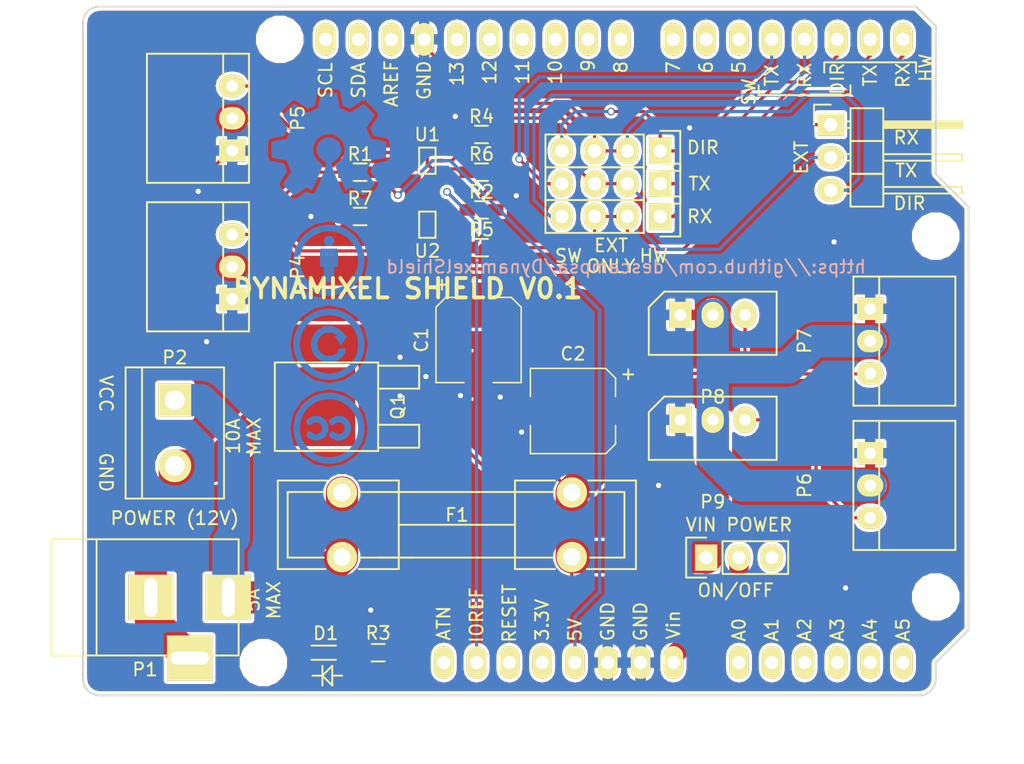
<source format=kicad_pcb>
(kicad_pcb (version 4) (host pcbnew 4.0.5+dfsg1-4~bpo8+1)
  (layers (0 F.Cu signal) (31 B.Cu signal) (34 B.Paste user hide) (35 F.Paste user hide) (36 B.SilkS user) (37 F.SilkS user) (38 B.Mask user) (39 F.Mask user hide) (44 Edge.Cuts user))
  (net 0 "")
  (net 1 /ARDUINO_DIRECTION_PORT)
  (net 2 /DIRECTION_PORT)
  (net 3 /HW_TXD)
  (net 4 /TXD)
  (net 5 /SW_TXD)
  (net 6 /HW_RXD)
  (net 7 /RXD)
  (net 8 /SW_RXD)
  (net 9 +12V)
  (net 10 /VIN)
  (net 11 GND)
  (net 12 /IOREF)
  (net 13 /DATA)
  (net 14 +5V)
  (net 15 +3V3)
  (net 16 "Net-(SHIELD1-PadRST)")
  (net 17 "Net-(SHIELD1-Pad5)")
  (net 18 "Net-(SHIELD1-Pad8)")
  (net 19 "Net-(SHIELD1-Pad9)")
  (net 20 "Net-(SHIELD1-Pad10)")
  (net 21 "Net-(SHIELD1-Pad11)")
  (net 22 "Net-(SHIELD1-Pad12)")
  (net 23 "Net-(SHIELD1-Pad13)")
  (net 24 "Net-(SHIELD1-PadAREF)")
  (net 25 "Net-(JP4-Pad3)")
  (net 26 "Net-(SHIELD1-PadATN)")
  (net 27 "Net-(SHIELD1-PadA1)")
  (net 28 "Net-(SHIELD1-PadA2)")
  (net 29 "Net-(SHIELD1-PadA3)")
  (net 30 "Net-(SHIELD1-PadA4)")
  (net 31 "Net-(SHIELD1-PadA5)")
  (net 32 "Net-(SHIELD1-PadSDA)")
  (net 33 "Net-(SHIELD1-PadSCL)")
  (net 34 "Net-(SHIELD1-Pad7)")
  (net 35 "Net-(SHIELD1-PadA0)")
  (net 36 "Net-(SHIELD1-Pad6)")
  (net 37 "Net-(F1-Pad1)")
  (net 38 "Net-(P1-Pad2)")
  (net 39 "Net-(D1-Pad2)")
  (net 40 "Net-(R2-Pad2)")
  (module arduino:Arduino_shield_dynamixel (layer F.Cu) (at 59.944 107.188)
    (fp_text reference SHIELD1 hide)
    (fp_text value ARDUINO_SHIELD)
    (fp_text user SW (at 51.562 -46.736 90) (layer F.SilkS))
    (fp_text user HW (at 65.3 -48.6 270) (layer F.SilkS))
    (fp_text user SCL (at 18.796 -47.625 90) (layer F.SilkS))
    (fp_text user SDA (at 21.336 -47.625 90) (layer F.SilkS))
    (fp_text user AREF (at 23.876 -47.371 90) (layer F.SilkS))
    (fp_text user GND (at 26.416 -47.625 90) (layer F.SilkS))
    (fp_text user 13 (at 28.956 -48.133 90) (layer F.SilkS))
    (fp_text user 12 (at 31.496 -48.26 90) (layer F.SilkS))
    (fp_text user 11 (at 34.036 -48.26 90) (layer F.SilkS))
    (fp_text user 10 (at 36.576 -48.26 90) (layer F.SilkS))
    (fp_text user 9 (at 39.116 -48.768 90) (layer F.SilkS))
    (fp_text user 8 (at 41.656 -48.641 90) (layer F.SilkS))
    (fp_text user 7 (at 45.72 -48.641 90) (layer F.SilkS))
    (fp_text user 6 (at 48.26 -48.641 90) (layer F.SilkS))
    (fp_text user 5 (at 50.8 -48.641 90) (layer F.SilkS))
    (fp_text user TX (at 53.34 -48.006 90) (layer F.SilkS))
    (fp_text user RX (at 55.88 -48.006 90) (layer F.SilkS))
    (fp_text user DIR (at 58.42 -47.752 90) (layer F.SilkS))
    (fp_text user TX (at 60.96 -48.006 90) (layer F.SilkS))
    (fp_text user RX (at 63.5 -48.006 90) (layer F.SilkS))
    (fp_text user A5 (at 63.5 -5.08 90) (layer F.SilkS))
    (fp_text user A4 (at 60.96 -5.08 90) (layer F.SilkS))
    (fp_text user A3 (at 58.42 -5.08 90) (layer F.SilkS))
    (fp_text user A2 (at 55.88 -5.08 90) (layer F.SilkS))
    (fp_text user A1 (at 53.34 -5.08 90) (layer F.SilkS))
    (fp_text user A0 (at 50.8 -5.08 90) (layer F.SilkS))
    (fp_text user Vin (at 45.72 -5.461 90) (layer F.SilkS))
    (fp_text user GND (at 43.18 -5.715 90) (layer F.SilkS))
    (fp_text user GND (at 40.64 -5.715 90) (layer F.SilkS))
    (fp_text user 5V (at 38.1 -5.08 90) (layer F.SilkS))
    (fp_text user 3.3V (at 35.56 -5.842 90) (layer F.SilkS))
    (fp_text user RESET (at 33.02 -6.35 90) (layer F.SilkS))
    (fp_text user IOREF (at 30.48 -6.223 90) (layer F.SilkS))
    (fp_text user ATN (at 27.94 -5.588 90) (layer F.SilkS))
    (fp_line (start 1.27 -53.34) (end 64.516 -53.34) (layer Edge.Cuts) (width 0.15))
    (fp_line (start 0 -1.27) (end 0 -52.07) (layer Edge.Cuts) (width 0.15))
    (fp_line (start 64.77 0) (end 1.27 0) (layer Edge.Cuts) (width 0.15))
    (fp_line (start 66.04 -1.27) (end 66.04 -2.54) (layer Edge.Cuts) (width 0.15))
    (fp_arc (start 1.27 -52.07) (end 0 -52.07) (angle 90) (layer Edge.Cuts) (width 0.15))
    (fp_arc (start 1.27 -1.27) (end 1.27 0) (angle 90) (layer Edge.Cuts) (width 0.15))
    (fp_arc (start 64.77 -1.27) (end 66.04 -1.27) (angle 90) (layer Edge.Cuts) (width 0.15))
    (fp_line (start 66.04 -2.54) (end 68.58 -5.08) (layer Edge.Cuts) (width 0.15))
    (fp_line (start 68.58 -5.08) (end 68.58 -37.846) (layer Edge.Cuts) (width 0.15))
    (fp_line (start 68.58 -37.846) (end 66.04 -40.386) (layer Edge.Cuts) (width 0.15))
    (fp_line (start 66.04 -40.386) (end 66.04 -51.816) (layer Edge.Cuts) (width 0.15))
    (fp_line (start 66.04 -51.816) (end 64.516 -53.34) (layer Edge.Cuts) (width 0.15))
    (pad "" np_thru_hole circle (at 66.04 -35.56) (size 3.175 3.175) (drill 3.175) (layers *.Cu *.Mask F.SilkS))
    (pad 7 thru_hole oval (at 45.72 -50.8) (size 1.524 2.54) (drill 1.016) (layers *.Cu *.Mask F.SilkS) (net 34 "Net-(SHIELD1-Pad7)"))
    (pad "" np_thru_hole circle (at 13.97 -2.54) (size 3.175 3.175) (drill 3.175) (layers *.Cu *.Mask F.SilkS))
    (pad "" np_thru_hole circle (at 66.04 -7.62) (size 3.175 3.175) (drill 3.175) (layers *.Cu *.Mask F.SilkS))
    (pad "" np_thru_hole circle (at 15.24 -50.8) (size 3.175 3.175) (drill 3.175) (layers *.Cu *.Mask F.SilkS))
    (pad ATN thru_hole oval (at 27.94 -2.54) (size 1.524 2.54) (drill 1.016) (layers *.Cu *.Mask F.SilkS) (net 26 "Net-(SHIELD1-PadATN)"))
    (pad IO_R thru_hole oval (at 30.48 -2.54) (size 1.524 2.54) (drill 1.016) (layers *.Cu *.Mask F.SilkS) (net 12 /IOREF))
    (pad RST thru_hole oval (at 33.02 -2.54) (size 1.524 2.54) (drill 1.016) (layers *.Cu *.Mask F.SilkS) (net 16 "Net-(SHIELD1-PadRST)"))
    (pad 3V3 thru_hole oval (at 35.56 -2.54) (size 1.524 2.54) (drill 1.016) (layers *.Cu *.Mask F.SilkS) (net 15 +3V3))
    (pad 5V thru_hole oval (at 38.1 -2.54) (size 1.524 2.54) (drill 1.016) (layers *.Cu *.Mask F.SilkS) (net 14 +5V))
    (pad GND thru_hole oval (at 40.64 -2.54) (size 1.524 2.54) (drill 1.016) (layers *.Cu *.Mask F.SilkS) (net 11 GND))
    (pad GND thru_hole oval (at 43.18 -2.54) (size 1.524 2.54) (drill 1.016) (layers *.Cu *.Mask F.SilkS) (net 11 GND))
    (pad VIN thru_hole oval (at 45.72 -2.54) (size 1.524 2.54) (drill 1.016) (layers *.Cu *.Mask F.SilkS) (net 10 /VIN))
    (pad A0 thru_hole oval (at 50.8 -2.54) (size 1.524 2.54) (drill 1.016) (layers *.Cu *.Mask F.SilkS) (net 35 "Net-(SHIELD1-PadA0)"))
    (pad A1 thru_hole oval (at 53.34 -2.54) (size 1.524 2.54) (drill 1.016) (layers *.Cu *.Mask F.SilkS) (net 27 "Net-(SHIELD1-PadA1)"))
    (pad A2 thru_hole oval (at 55.88 -2.54) (size 1.524 2.54) (drill 1.016) (layers *.Cu *.Mask F.SilkS) (net 28 "Net-(SHIELD1-PadA2)"))
    (pad A3 thru_hole oval (at 58.42 -2.54) (size 1.524 2.54) (drill 1.016) (layers *.Cu *.Mask F.SilkS) (net 29 "Net-(SHIELD1-PadA3)"))
    (pad A4 thru_hole oval (at 60.96 -2.54) (size 1.524 2.54) (drill 1.016) (layers *.Cu *.Mask F.SilkS) (net 30 "Net-(SHIELD1-PadA4)"))
    (pad A5 thru_hole oval (at 63.5 -2.54) (size 1.524 2.54) (drill 1.016) (layers *.Cu *.Mask F.SilkS) (net 31 "Net-(SHIELD1-PadA5)"))
    (pad 0 thru_hole oval (at 63.5 -50.8) (size 1.524 2.54) (drill 1.016) (layers *.Cu *.Mask F.SilkS) (net 6 /HW_RXD))
    (pad 1 thru_hole oval (at 60.96 -50.8) (size 1.524 2.54) (drill 1.016) (layers *.Cu *.Mask F.SilkS) (net 3 /HW_TXD))
    (pad 2 thru_hole oval (at 58.42 -50.8) (size 1.524 2.54) (drill 1.016) (layers *.Cu *.Mask F.SilkS) (net 1 /ARDUINO_DIRECTION_PORT))
    (pad 3 thru_hole oval (at 55.88 -50.8) (size 1.524 2.54) (drill 1.016) (layers *.Cu *.Mask F.SilkS) (net 8 /SW_RXD))
    (pad 4 thru_hole oval (at 53.34 -50.8) (size 1.524 2.54) (drill 1.016) (layers *.Cu *.Mask F.SilkS) (net 5 /SW_TXD))
    (pad 5 thru_hole oval (at 50.8 -50.8) (size 1.524 2.54) (drill 1.016) (layers *.Cu *.Mask F.SilkS) (net 17 "Net-(SHIELD1-Pad5)"))
    (pad 6 thru_hole oval (at 48.26 -50.8) (size 1.524 2.54) (drill 1.016) (layers *.Cu *.Mask F.SilkS) (net 36 "Net-(SHIELD1-Pad6)"))
    (pad 8 thru_hole oval (at 41.656 -50.8) (size 1.524 2.54) (drill 1.016) (layers *.Cu *.Mask F.SilkS) (net 18 "Net-(SHIELD1-Pad8)"))
    (pad 9 thru_hole oval (at 39.116 -50.8) (size 1.524 2.54) (drill 1.016) (layers *.Cu *.Mask F.SilkS) (net 19 "Net-(SHIELD1-Pad9)"))
    (pad 10 thru_hole oval (at 36.576 -50.8) (size 1.524 2.54) (drill 1.016) (layers *.Cu *.Mask F.SilkS) (net 20 "Net-(SHIELD1-Pad10)"))
    (pad 11 thru_hole oval (at 34.036 -50.8) (size 1.524 2.54) (drill 1.016) (layers *.Cu *.Mask F.SilkS) (net 21 "Net-(SHIELD1-Pad11)"))
    (pad 12 thru_hole oval (at 31.496 -50.8) (size 1.524 2.54) (drill 1.016) (layers *.Cu *.Mask F.SilkS) (net 22 "Net-(SHIELD1-Pad12)"))
    (pad 13 thru_hole oval (at 28.956 -50.8) (size 1.524 2.54) (drill 1.016) (layers *.Cu *.Mask F.SilkS) (net 23 "Net-(SHIELD1-Pad13)"))
    (pad GND thru_hole oval (at 26.416 -50.8) (size 1.524 2.54) (drill 1.016) (layers *.Cu *.Mask F.SilkS) (net 11 GND))
    (pad AREF thru_hole oval (at 23.876 -50.8) (size 1.524 2.54) (drill 1.016) (layers *.Cu *.Mask F.SilkS) (net 24 "Net-(SHIELD1-PadAREF)"))
    (pad SDA thru_hole oval (at 21.336 -50.8) (size 1.524 2.54) (drill 1.016) (layers *.Cu *.Mask F.SilkS) (net 32 "Net-(SHIELD1-PadSDA)"))
    (pad SCL thru_hole oval (at 18.796 -50.8) (size 1.524 2.54) (drill 1.016) (layers *.Cu *.Mask F.SilkS) (net 33 "Net-(SHIELD1-PadSCL)"))
  )
  (module molex:Molex_spox_1x3_right (layer F.Cu) (at 71.5 74 90)
    (fp_text reference P4 (at 0 5.08 90) (layer F.SilkS))
    (fp_text value CONN_01X03)
    (pad 1 thru_hole rect (at -2.5 0 90) (size 1.7272 2.032) (drill 0.9) (layers *.Cu *.Mask F.SilkS) (net 11 GND))
    (pad 2 thru_hole oval (at 0 0 90) (size 1.7272 2.032) (drill 0.9) (layers *.Cu *.Mask F.SilkS) (net 9 +12V))
    (pad 3 thru_hole oval (at 2.5 0 90) (size 1.7272 2.032) (drill 0.9) (layers *.Cu *.Mask F.SilkS) (net 13 /DATA))
  )
  (module LEDs:LED_0603 (layer F.Cu) (at 78.74 103.886)
    (fp_text reference D1 (at 0 -1.5) (layer F.SilkS))
    (fp_text value LED)
    (pad 2 smd rect (at 1.1 0 180) (size 1.2 0.9) (layers F.Cu F.Paste F.Mask) (net 39 "Net-(D1-Pad2)"))
    (pad 1 smd rect (at -1.1 0 180) (size 1.2 0.9) (layers F.Cu F.Paste F.Mask) (net 11 GND))
  )
  (module Symbols:OSHW-Symbol_8.9x8mm_Copper (layer B.Cu) (at 79 64.516 180)
    (fp_text reference REF*** hide)
    (fp_text value OSHW-Symbol_8.9x8mm_Copper hide)
    (fp_poly (pts (xy 0.746536 3.399573) (xy 0.859118 2.802382) (xy 1.274531 2.631135) (xy 1.689945 2.459888) (xy 2.188302 2.798767) (xy 2.327869 2.893123) (xy 2.454029 2.97737) (xy 2.560896 3.047662) (xy 2.642583 3.100153) (xy 2.693202 3.130996) (xy 2.706987 3.137647) (xy 2.731821 3.120542) (xy 2.784889 3.073256) (xy 2.860241 3.001828) (xy 2.95193 2.9123) (xy 3.054008 2.810711) (xy 3.160527 2.703102) (xy 3.265537 2.595513) (xy 3.363092 2.493985) (xy 3.447243 2.404559) (xy 3.512041 2.333274) (xy 3.551538 2.286172) (xy 3.560981 2.270408) (xy 3.547392 2.241347) (xy 3.509294 2.177679) (xy 3.450694 2.085633) (xy 3.375598 1.971436) (xy 3.288009 1.841316) (xy 3.237255 1.767099) (xy 3.144746 1.631578) (xy 3.062541 1.509284) (xy 2.994631 1.406305) (xy 2.945001 1.328727) (xy 2.917641 1.282639) (xy 2.91353 1.272953) (xy 2.92285 1.245426) (xy 2.948255 1.181272) (xy 2.985912 1.08951) (xy 3.031987 0.979161) (xy 3.082647 0.859245) (xy 3.13406 0.738781) (xy 3.18239 0.626791) (xy 3.223807 0.532293) (xy 3.254475 0.464308) (xy 3.270562 0.431857) (xy 3.271512 0.43058) (xy 3.296773 0.424383) (xy 3.364046 0.41056) (xy 3.466361 0.390468) (xy 3.596742 0.365466) (xy 3.748217 0.336914) (xy 3.836594 0.320449) (xy 3.998453 0.289631) (xy 4.14465 0.260306) (xy 4.267788 0.234079) (xy 4.36047 0.212554) (xy 4.415302 0.197335) (xy 4.426324 0.192507) (xy 4.437119 0.159826) (xy 4.44583 0.086015) (xy 4.452461 -0.020292) (xy 4.457019 -0.150467) (xy 4.45951 -0.295876) (xy 4.459939 -0.44789) (xy 4.458312 -0.597877) (xy 4.454636 -0.737206) (xy 4.448916 -0.857245) (xy 4.441158 -0.949365) (xy 4.431369 -1.004932) (xy 4.425497 -1.0165) (xy 4.3904 -1.030365) (xy 4.316029 -1.050188) (xy 4.212224 -1.073639) (xy 4.08882 -1.098391) (xy 4.045742 -1.106398) (xy 3.838048 -1.144441) (xy 3.673985 -1.175079) (xy 3.548131 -1.199529) (xy 3.455066 -1.219009) (xy 3.389368 -1.234736) (xy 3.345618 -1.247928) (xy 3.318393 -1.259804) (xy 3.302273 -1.27158) (xy 3.300018 -1.273908) (xy 3.277504 -1.3114) (xy 3.243159 -1.384365) (xy 3.200412 -1.483867) (xy 3.152693 -1.600973) (xy 3.103431 -1.726748) (xy 3.056056 -1.852257) (xy 3.013996 -1.968565) (xy 2.980681 -2.066739) (xy 2.959542 -2.137843) (xy 2.954006 -2.172942) (xy 2.954467 -2.174172) (xy 2.973224 -2.202861) (xy 3.015777 -2.265985) (xy 3.077654 -2.356973) (xy 3.154383 -2.469255) (xy 3.241492 -2.59626) (xy 3.266299 -2.632353) (xy 3.354753 -2.763203) (xy 3.432589 -2.882591) (xy 3.495567 -2.983662) (xy 3.539446 -3.059559) (xy 3.559986 -3.103427) (xy 3.560981 -3.108817) (xy 3.543723 -3.137144) (xy 3.496036 -3.193261) (xy 3.424051 -3.271137) (xy 3.333898 -3.36474) (xy 3.231706 -3.468041) (xy 3.123606 -3.575006) (xy 3.015729 -3.679606) (xy 2.914205 -3.775809) (xy 2.825163 -3.857584) (xy 2.754734 -3.9189) (xy 2.709048 -3.953726) (xy 2.69641 -3.959412) (xy 2.666992 -3.94602) (xy 2.606762 -3.909899) (xy 2.52553 -3.857136) (xy 2.463031 -3.814667) (xy 2.349786 -3.73674) (xy 2.215675 -3.644984) (xy 2.081156 -3.553375) (xy 2.008834 -3.504346) (xy 1.764039 -3.33877) (xy 1.558551 -3.449875) (xy 1.464937 -3.498548) (xy 1.385331 -3.536381) (xy 1.331468 -3.557958) (xy 1.317758 -3.560961) (xy 1.301271 -3.538793) (xy 1.268746 -3.476149) (xy 1.222609 -3.378809) (xy 1.165291 -3.252549) (xy 1.099217 -3.10315) (xy 1.026816 -2.936388) (xy 0.950517 -2.758042) (xy 0.872747 -2.573891) (xy 0.795935 -2.389712) (xy 0.722507 -2.211285) (xy 0.654893 -2.044387) (xy 0.595521 -1.894797) (xy 0.546817 -1.768293) (xy 0.511211 -1.670654) (xy 0.491131 -1.607657) (xy 0.487901 -1.586021) (xy 0.513497 -1.558424) (xy 0.569539 -1.513625) (xy 0.644312 -1.460934) (xy 0.650588 -1.456765) (xy 0.843846 -1.302069) (xy 0.999675 -1.121591) (xy 1.116725 -0.921102) (xy 1.193646 -0.706374) (xy 1.229087 -0.483177) (xy 1.221698 -0.257281) (xy 1.170128 -0.034459) (xy 1.073027 0.179521) (xy 1.044459 0.226336) (xy 0.895869 0.415382) (xy 0.720328 0.567188) (xy 0.523911 0.680966) (xy 0.312694 0.755925) (xy 0.092754 0.791278) (xy -0.129836 0.786233) (xy -0.348998 0.740001) (xy -0.558657 0.651794) (xy -0.752738 0.520821) (xy -0.812773 0.467663) (xy -0.965564 0.301261) (xy -1.076902 0.126088) (xy -1.153276 -0.070266) (xy -1.195812 -0.264717) (xy -1.206313 -0.483342) (xy -1.171299 -0.703052) (xy -1.094326 -0.91642) (xy -0.978952 -1.116022) (xy -0.828734 -1.294429) (xy -0.647226 -1.444217) (xy -0.623372 -1.460006) (xy -0.547798 -1.511712) (xy -0.490348 -1.556512) (xy -0.462882 -1.585117) (xy -0.462482 -1.586021) (xy -0.468379 -1.616964) (xy -0.491754 -1.687191) (xy -0.530178 -1.790925) (xy -0.581222 -1.92239) (xy -0.642457 -2.075807) (xy -0.711455 -2.245401) (xy -0.785786 -2.425393) (xy -0.863021 -2.610008) (xy -0.940731 -2.793468) (xy -1.016488 -2.969996) (xy -1.087862 -3.133814) (xy -1.152425 -3.279147) (xy -1.207747 -3.400217) (xy -1.251399 -3.491247) (xy -1.280953 -3.54646) (xy -1.292855 -3.560961) (xy -1.329222 -3.549669) (xy -1.397269 -3.519385) (xy -1.485263 -3.47552) (xy -1.533649 -3.449875) (xy -1.739136 -3.33877) (xy -1.983931 -3.504346) (xy -2.108893 -3.58917) (xy -2.245704 -3.682516) (xy -2.373911 -3.770408) (xy -2.438128 -3.814667) (xy -2.528448 -3.875318) (xy -2.604928 -3.923381) (xy -2.657592 -3.95277) (xy -2.674697 -3.958982) (xy -2.699594 -3.942223) (xy -2.754694 -3.895436) (xy -2.834656 -3.82348) (xy -2.934139 -3.731212) (xy -3.047799 -3.62349) (xy -3.119684 -3.554326) (xy -3.245448 -3.430757) (xy -3.354136 -3.320234) (xy -3.441354 -3.227485) (xy -3.50271 -3.157237) (xy -3.533808 -3.11422) (xy -3.536791 -3.10549) (xy -3.522946 -3.072284) (xy -3.484687 -3.005142) (xy -3.426258 -2.910863) (xy -3.351902 -2.796245) (xy -3.265864 -2.668083) (xy -3.241397 -2.632353) (xy -3.152245 -2.502489) (xy -3.072261 -2.385569) (xy -3.005919 -2.288162) (xy -2.957688 -2.216839) (xy -2.932042 -2.17817) (xy -2.929564 -2.174172) (xy -2.93327 -2.143355) (xy -2.952938 -2.075599) (xy -2.985139 -1.979839) (xy -3.026444 -1.865009) (xy -3.073424 -1.740044) (xy -3.12265 -1.613879) (xy -3.170691 -1.495448) (xy -3.214118 -1.393685) (xy -3.249503 -1.317526) (xy -3.273415 -1.275904) (xy -3.275115 -1.273908) (xy -3.289737 -1.262013) (xy -3.314434 -1.25025) (xy -3.354627 -1.237401) (xy -3.415736 -1.222249) (xy -3.503182 -1.203576) (xy -3.622387 -1.180165) (xy -3.778772 -1.150797) (xy -3.977756 -1.114255) (xy -4.020839 -1.106398) (xy -4.148529 -1.081727) (xy -4.259846 -1.057593) (xy -4.344954 -1.036324) (xy -4.394016 -1.020248) (xy -4.400594 -1.0165) (xy -4.411435 -0.983273) (xy -4.420246 -0.909021) (xy -4.427023 -0.802376) (xy -4.431759 -0.671967) (xy -4.434449 -0.526427) (xy -4.435086 -0.374386) (xy -4.433665 -0.224476) (xy -4.430179 -0.085328) (xy -4.424623 0.034428) (xy -4.416991 0.126159) (xy -4.407277 0.181234) (xy -4.401421 0.192507) (xy -4.368819 0.203877) (xy -4.294581 0.222376) (xy -4.186103 0.246398) (xy -4.050782 0.274338) (xy -3.896014 0.304592) (xy -3.811692 0.320449) (xy -3.651703 0.350356) (xy -3.509032 0.37745) (xy -3.390651 0.400369) (xy -3.303534 0.417757) (xy -3.254654 0.428253) (xy -3.246609 0.43058) (xy -3.233012 0.456814) (xy -3.20427 0.520005) (xy -3.164214 0.611123) (xy -3.116675 0.721143) (xy -3.065484 0.841035) (xy -3.014473 0.961773) (xy -2.967473 1.074329) (xy -2.928315 1.169674) (xy -2.90083 1.238783) (xy -2.88885 1.272626) (xy -2.888627 1.274105) (xy -2.902208 1.300803) (xy -2.940284 1.36224) (xy -2.998852 1.452311) (xy -3.073911 1.56491) (xy -3.161459 1.69393) (xy -3.212352 1.768039) (xy -3.30509 1.903923) (xy -3.387458 2.027291) (xy -3.455438 2.131903) (xy -3.505011 2.211517) (xy -3.532157 2.259893) (xy -3.536078 2.270738) (xy -3.519224 2.29598) (xy -3.472631 2.349876) (xy -3.402251 2.426387) (xy -3.314034 2.519477) (xy -3.213934 2.623105) (xy -3.107901 2.731236) (xy -3.001888 2.83783) (xy -2.901847 2.93685) (xy -2.813729 3.022258) (xy -2.743486 3.088015) (xy -2.697071 3.128084) (xy -2.681543 3.137647) (xy -2.65626 3.1242) (xy -2.595788 3.086425) (xy -2.506007 3.028165) (xy -2.392796 2.953266) (xy -2.262036 2.865575) (xy -2.1634 2.798767) (xy -1.665042 2.459888) (xy -1.249629 2.631135) (xy -0.834215 2.802382) (xy -0.721633 3.399573) (xy -0.60905 3.996765) (xy 0.633953 3.996765) (xy 0.746536 3.399573)) (layer B.Cu) (width 0.01))
  )
  (module Pin_Headers:Pin_Header_Straight_1x04 (layer F.Cu) (at 104.648 65.024 270)
    (fp_text reference JP1 hide)
    (fp_text value JUMPER4)
    (pad 1 thru_hole rect (at 0 0 270) (size 2.032 1.7272) (drill 1.016) (layers *.Cu *.Mask F.SilkS) (net 1 /ARDUINO_DIRECTION_PORT))
    (pad 2 thru_hole oval (at 0 2.54 270) (size 2.032 1.7272) (drill 1.016) (layers *.Cu *.Mask F.SilkS) (net 2 /DIRECTION_PORT))
    (pad 3 thru_hole oval (at 0 5.08 270) (size 2.032 1.7272) (drill 1.016) (layers *.Cu *.Mask F.SilkS) (net 2 /DIRECTION_PORT))
    (pad 4 thru_hole oval (at 0 7.62 270) (size 2.032 1.7272) (drill 1.016) (layers *.Cu *.Mask F.SilkS) (net 1 /ARDUINO_DIRECTION_PORT))
  )
  (module Pin_Headers:Pin_Header_Straight_1x04 (layer F.Cu) (at 104.648 67.564 270)
    (fp_text reference JP2 hide)
    (fp_text value JUMPER4)
    (pad 1 thru_hole rect (at 0 0 270) (size 2.032 1.7272) (drill 1.016) (layers *.Cu *.Mask F.SilkS) (net 3 /HW_TXD))
    (pad 2 thru_hole oval (at 0 2.54 270) (size 2.032 1.7272) (drill 1.016) (layers *.Cu *.Mask F.SilkS) (net 4 /TXD))
    (pad 3 thru_hole oval (at 0 5.08 270) (size 2.032 1.7272) (drill 1.016) (layers *.Cu *.Mask F.SilkS) (net 4 /TXD))
    (pad 4 thru_hole oval (at 0 7.62 270) (size 2.032 1.7272) (drill 1.016) (layers *.Cu *.Mask F.SilkS) (net 5 /SW_TXD))
  )
  (module Pin_Headers:Pin_Header_Straight_1x04 (layer F.Cu) (at 104.648 70.104 270)
    (fp_text reference JP3 hide)
    (fp_text value JUMPER4)
    (pad 1 thru_hole rect (at 0 0 270) (size 2.032 1.7272) (drill 1.016) (layers *.Cu *.Mask F.SilkS) (net 6 /HW_RXD))
    (pad 2 thru_hole oval (at 0 2.54 270) (size 2.032 1.7272) (drill 1.016) (layers *.Cu *.Mask F.SilkS) (net 7 /RXD))
    (pad 3 thru_hole oval (at 0 5.08 270) (size 2.032 1.7272) (drill 1.016) (layers *.Cu *.Mask F.SilkS) (net 7 /RXD))
    (pad 4 thru_hole oval (at 0 7.62 270) (size 2.032 1.7272) (drill 1.016) (layers *.Cu *.Mask F.SilkS) (net 8 /SW_RXD))
  )
  (module Pin_Headers:Pin_Header_Straight_1x03 (layer F.Cu) (at 108.204 96.52 90)
    (fp_text reference JP4 hide)
    (fp_text value JUMPER3)
    (pad 1 thru_hole rect (at 0 0 90) (size 2.032 1.7272) (drill 1.016) (layers *.Cu *.Mask F.SilkS) (net 9 +12V))
    (pad 2 thru_hole oval (at 0 2.54 90) (size 2.032 1.7272) (drill 1.016) (layers *.Cu *.Mask F.SilkS) (net 10 /VIN))
    (pad 3 thru_hole oval (at 0 5.08 90) (size 2.032 1.7272) (drill 1.016) (layers *.Cu *.Mask F.SilkS) (net 25 "Net-(JP4-Pad3)"))
  )
  (module Connect:bornier2 (layer F.Cu) (at 67.056 86.868 270)
    (fp_text reference P2 (at -5.842 0 360) (layer F.SilkS))
    (fp_text value CONN_01X02)
    (pad 1 thru_hole rect (at -2.54 0 270) (size 2.54 2.54) (drill 1.524) (layers *.Cu *.Mask F.SilkS) (net 37 "Net-(F1-Pad1)"))
    (pad 2 thru_hole circle (at 2.54 0 270) (size 2.54 2.54) (drill 1.524) (layers *.Cu *.Mask F.SilkS) (net 38 "Net-(P1-Pad2)"))
  )
  (module Pin_Headers:Pin_Header_Angled_1x03 (layer F.Cu) (at 117.856 62.992)
    (fp_text reference P3 hide)
    (fp_text value CONN_01X03)
    (pad 1 thru_hole rect (at 0 0) (size 2.032 1.7272) (drill 1.016) (layers *.Cu *.Mask F.SilkS) (net 7 /RXD))
    (pad 2 thru_hole oval (at 0 2.54) (size 2.032 1.7272) (drill 1.016) (layers *.Cu *.Mask F.SilkS) (net 4 /TXD))
    (pad 3 thru_hole oval (at 0 5.08) (size 2.032 1.7272) (drill 1.016) (layers *.Cu *.Mask F.SilkS) (net 2 /DIRECTION_PORT))
  )
  (module TO_SOT_Packages_SMD:TO-252-2Lead (layer F.Cu) (at 84.328 84.836 90)
    (fp_text reference Q1 (at 0 0 90) (layer F.SilkS))
    (fp_text value MOSFET_N)
    (pad 1 smd rect (at -2.286 0 90) (size 1.651 3.048) (layers F.Cu F.Paste F.Mask) (net 9 +12V))
    (pad 2 smd rect (at 0 -6.35 90) (size 6.096 6.096) (layers F.Cu F.Paste F.Mask) (net 38 "Net-(P1-Pad2)"))
    (pad 3 smd rect (at 2.286 0 90) (size 1.651 3.048) (layers F.Cu F.Paste F.Mask) (net 11 GND))
  )
  (module Resistors_SMD:R_0603_HandSoldering (layer F.Cu) (at 81.407 66.675 180)
    (fp_text reference R1 (at 0 1.397 180) (layer F.SilkS))
    (fp_text value 10K)
    (pad 1 smd rect (at -1.1 0 180) (size 1.2 0.9) (layers F.Cu F.Paste F.Mask) (net 14 +5V))
    (pad 2 smd rect (at 1.1 0 180) (size 1.2 0.9) (layers F.Cu F.Paste F.Mask) (net 13 /DATA))
  )
  (module Resistors_SMD:R_0603_HandSoldering (layer F.Cu) (at 90.805 69.596)
    (fp_text reference R2 (at 0 -1.397) (layer F.SilkS))
    (fp_text value 10K)
    (pad 1 smd rect (at -1.1 0) (size 1.2 0.9) (layers F.Cu F.Paste F.Mask) (net 12 /IOREF))
    (pad 2 smd rect (at 1.1 0) (size 1.2 0.9) (layers F.Cu F.Paste F.Mask) (net 40 "Net-(R2-Pad2)"))
  )
  (module TO_SOT_Packages_SMD:SOT-353 (layer F.Cu) (at 86.614 65.786 180)
    (fp_text reference U1 (at 0 2.032 360) (layer F.SilkS))
    (fp_text value 74AHCT1G126 hide)
    (pad 1 smd rect (at -1.016 -0.635 180) (size 0.508 0.3048) (layers F.Cu F.Paste F.Mask) (net 2 /DIRECTION_PORT))
    (pad 3 smd rect (at -1.016 0.635 180) (size 0.508 0.3048) (layers F.Cu F.Paste F.Mask) (net 11 GND))
    (pad 5 smd rect (at 1.016 -0.635 180) (size 0.508 0.3048) (layers F.Cu F.Paste F.Mask) (net 14 +5V))
    (pad 2 smd rect (at -1.016 0 180) (size 0.508 0.3048) (layers F.Cu F.Paste F.Mask) (net 4 /TXD))
    (pad 4 smd rect (at 1.016 0.635 180) (size 0.508 0.3048) (layers F.Cu F.Paste F.Mask) (net 13 /DATA))
  )
  (module TO_SOT_Packages_SMD:SOT-353 (layer F.Cu) (at 86.614 70.739)
    (fp_text reference U2 (at 0 2.032 180) (layer F.SilkS))
    (fp_text value 74AHC1G125 hide)
    (pad 1 smd rect (at -1.016 -0.635) (size 0.508 0.3048) (layers F.Cu F.Paste F.Mask) (net 2 /DIRECTION_PORT))
    (pad 3 smd rect (at -1.016 0.635) (size 0.508 0.3048) (layers F.Cu F.Paste F.Mask) (net 11 GND))
    (pad 5 smd rect (at 1.016 -0.635) (size 0.508 0.3048) (layers F.Cu F.Paste F.Mask) (net 12 /IOREF))
    (pad 2 smd rect (at -1.016 0) (size 0.508 0.3048) (layers F.Cu F.Paste F.Mask) (net 13 /DATA))
    (pad 4 smd rect (at 1.016 0.635) (size 0.508 0.3048) (layers F.Cu F.Paste F.Mask) (net 40 "Net-(R2-Pad2)"))
  )
  (module Connect:BARREL_JACK (layer F.Cu) (at 65 99.6)
    (fp_text reference P1 (at -0.254 5.588 180) (layer F.SilkS))
    (fp_text value BARREL_JACK)
    (pad 1 thru_hole rect (at 6.20014 0) (size 3.50012 3.50012) (drill oval 1.00076 2.99974) (layers *.Cu *.Mask F.SilkS) (net 37 "Net-(F1-Pad1)"))
    (pad 2 thru_hole rect (at 0.20066 0) (size 3.50012 3.50012) (drill oval 1.00076 2.99974) (layers *.Cu *.Mask F.SilkS) (net 38 "Net-(P1-Pad2)"))
    (pad 3 thru_hole rect (at 3.2004 4.699) (size 3.50012 3.50012) (drill oval 2.99974 1.00076) (layers *.Cu *.Mask F.SilkS) (net 38 "Net-(P1-Pad2)"))
  )
  (module CreativeCommon:CreativeCommonCopperSmall (layer B.Cu) (at 79 86.5 180)
    (fp_text reference REF** hide)
    (fp_text value CreativeCommonCopper hide)
    (fp_arc (start 1 0) (end 1.5 -0.5) (angle -270) (layer B.Cu) (width 0.5))
    (fp_arc (start -0.75 0) (end -0.25 -0.5) (angle -270) (layer B.Cu) (width 0.5))
    (fp_circle (center 0 0) (end 2.5 0) (layer B.Cu) (width 0.5))
  )
  (module CreativeCommon:CreativeCommonAttributionCopperSmall (layer B.Cu) (at 79 73.5 180)
    (fp_text reference REF** hide)
    (fp_text value CreativeCommonAttributionCopperSmall hide)
    (fp_line (start 0.2 -0.4) (end 0.2 -1.6) (layer B.Cu) (width 0.2))
    (fp_line (start 0 -0.4) (end 0 -1.6) (layer B.Cu) (width 0.2))
    (fp_line (start -0.2 -0.4) (end -0.2 -1.6) (layer B.Cu) (width 0.2))
    (fp_line (start 0.4 0.8) (end 0.4 -0.4) (layer B.Cu) (width 0.2))
    (fp_line (start 0.2 0.8) (end 0.2 -0.4) (layer B.Cu) (width 0.2))
    (fp_line (start 0 0.8) (end 0 -0.4) (layer B.Cu) (width 0.2))
    (fp_line (start -0.2 0.8) (end -0.2 -0.4) (layer B.Cu) (width 0.2))
    (fp_line (start -0.4 0.8) (end -0.4 -0.4) (layer B.Cu) (width 0.2))
    (fp_line (start -0.3 -1.6) (end 0.3 -1.6) (layer B.Cu) (width 0.2))
    (fp_line (start 0.3 -0.4) (end 0.3 -1.6) (layer B.Cu) (width 0.2))
    (fp_line (start -0.3 -0.4) (end -0.3 -1.6) (layer B.Cu) (width 0.2))
    (fp_line (start -0.6 0.8) (end -0.6 -0.4) (layer B.Cu) (width 0.2))
    (fp_line (start -0.6 -0.4) (end 0.6 -0.4) (layer B.Cu) (width 0.2))
    (fp_line (start 0.6 -0.4) (end 0.6 0.8) (layer B.Cu) (width 0.2))
    (fp_line (start -0.6 0.8) (end 0.6 0.8) (layer B.Cu) (width 0.2))
    (fp_circle (center 0 1.5) (end -0.2 1.5) (layer B.Cu) (width 0.4))
    (fp_circle (center 0 0) (end 2.5 0) (layer B.Cu) (width 0.5))
  )
  (module CreativeCommon:CreativeCommonShareAlikeCopperSmall (layer B.Cu) (at 79 80 180)
    (fp_text reference REF** hide)
    (fp_text value CreativeCommonShareAlikeCopperSmall hide)
    (fp_line (start -1.2 -0.4) (end -1.18 -0.6) (layer B.Cu) (width 0.15))
    (fp_line (start -0.8 -0.4) (end -0.7 -0.7) (layer B.Cu) (width 0.15))
    (fp_line (start -0.8 -0.4) (end -1.2 -0.4) (layer B.Cu) (width 0.15))
    (fp_line (start -1.125 0.5) (end -0.725 0.5) (layer B.Cu) (width 0.25))
    (fp_line (start -1.125 0.4) (end -0.725 0.4) (layer B.Cu) (width 0.2))
    (fp_line (start -0.925 0.2) (end -0.925 0.1) (layer B.Cu) (width 0.15))
    (fp_line (start -0.825 0.3) (end -1.025 0.3) (layer B.Cu) (width 0.2))
    (fp_line (start -0.525 0.6) (end -0.925 0) (layer B.Cu) (width 0.1))
    (fp_line (start -0.925 0) (end -1.325 0.6) (layer B.Cu) (width 0.1))
    (fp_line (start -1.325 0.6) (end -0.525 0.6) (layer B.Cu) (width 0.1))
    (fp_arc (start 0 0) (end -1 0.58) (angle -300) (layer B.Cu) (width 0.5))
    (fp_circle (center 0 0) (end 2.5 0) (layer B.Cu) (width 0.5))
  )
  (module fuse:Fuseholder5x20_horiz_lateral (layer F.Cu) (at 88.9 93.98)
    (fp_text reference F1 (at 0 -0.762) (layer F.SilkS))
    (fp_text value F_Small)
    (pad 2 thru_hole circle (at 8.9 -2.5) (size 2.3495 2.3495) (drill 1.34874) (layers *.Cu *.Mask F.SilkS) (net 9 +12V))
    (pad 2 thru_hole circle (at 8.9 2.5) (size 2.3495 2.3495) (drill 1.34874) (layers *.Cu *.Mask F.SilkS) (net 9 +12V))
    (pad 1 thru_hole circle (at -8.9 -2.5) (size 2.3495 2.3495) (drill 1.34874) (layers *.Cu *.Mask F.SilkS) (net 37 "Net-(F1-Pad1)"))
    (pad 1 thru_hole circle (at -8.9 2.5) (size 2.3495 2.3495) (drill 1.34874) (layers *.Cu *.Mask F.SilkS) (net 37 "Net-(F1-Pad1)"))
  )
  (module Resistors_SMD:R_0603_HandSoldering (layer F.Cu) (at 82.804 103.886 180)
    (fp_text reference R3 (at 0 1.524 180) (layer F.SilkS))
    (fp_text value 10K)
    (pad 1 smd rect (at -1.1 0 180) (size 1.2 0.9) (layers F.Cu F.Paste F.Mask) (net 9 +12V))
    (pad 2 smd rect (at 1.1 0 180) (size 1.2 0.9) (layers F.Cu F.Paste F.Mask) (net 39 "Net-(D1-Pad2)"))
  )
  (module molex:Molex_spox_1x3_right (layer F.Cu) (at 71.5 62.5 90)
    (fp_text reference P5 (at 0 5.08 90) (layer F.SilkS))
    (fp_text value CONN_01X03)
    (pad 1 thru_hole rect (at -2.5 0 90) (size 1.7272 2.032) (drill 0.9) (layers *.Cu *.Mask F.SilkS) (net 11 GND))
    (pad 2 thru_hole oval (at 0 0 90) (size 1.7272 2.032) (drill 0.9) (layers *.Cu *.Mask F.SilkS) (net 9 +12V))
    (pad 3 thru_hole oval (at 2.5 0 90) (size 1.7272 2.032) (drill 0.9) (layers *.Cu *.Mask F.SilkS) (net 13 /DATA))
  )
  (module molex:Molex_spox_1x3_right (layer F.Cu) (at 120.904 79.756 270)
    (fp_text reference P7 (at 0 5.08 270) (layer F.SilkS))
    (fp_text value CONN_01X03)
    (pad 1 thru_hole rect (at -2.5 0 270) (size 1.7272 2.032) (drill 0.9) (layers *.Cu *.Mask F.SilkS) (net 11 GND))
    (pad 2 thru_hole oval (at 0 0 270) (size 1.7272 2.032) (drill 0.9) (layers *.Cu *.Mask F.SilkS) (net 9 +12V))
    (pad 3 thru_hole oval (at 2.5 0 270) (size 1.7272 2.032) (drill 0.9) (layers *.Cu *.Mask F.SilkS) (net 13 /DATA))
  )
  (module molex:Molex_spox_1x3_right (layer F.Cu) (at 120.904 90.932 270)
    (fp_text reference P6 (at 0 5.08 270) (layer F.SilkS))
    (fp_text value CONN_01X03)
    (pad 1 thru_hole rect (at -2.5 0 270) (size 1.7272 2.032) (drill 0.9) (layers *.Cu *.Mask F.SilkS) (net 11 GND))
    (pad 2 thru_hole oval (at 0 0 270) (size 1.7272 2.032) (drill 0.9) (layers *.Cu *.Mask F.SilkS) (net 9 +12V))
    (pad 3 thru_hole oval (at 2.5 0 270) (size 1.7272 2.032) (drill 0.9) (layers *.Cu *.Mask F.SilkS) (net 13 /DATA))
  )
  (module molex:Molex_spox_1x3_straight (layer F.Cu) (at 108.712 85.852)
    (fp_text reference P9 (at 0 6.35) (layer F.SilkS))
    (fp_text value CONN_01X03)
    (pad 1 thru_hole rect (at -2.5 0) (size 1.7272 2.032) (drill 0.9) (layers *.Cu *.Mask F.SilkS) (net 11 GND))
    (pad 2 thru_hole oval (at 0 0) (size 1.7272 2.032) (drill 0.9) (layers *.Cu *.Mask F.SilkS) (net 9 +12V))
    (pad 3 thru_hole oval (at 2.5 0) (size 1.7272 2.032) (drill 0.9) (layers *.Cu *.Mask F.SilkS) (net 13 /DATA))
  )
  (module molex:Molex_spox_1x3_straight (layer F.Cu) (at 108.712 77.724)
    (fp_text reference P8 (at 0 6.35) (layer F.SilkS))
    (fp_text value CONN_01X03)
    (pad 1 thru_hole rect (at -2.5 0) (size 1.7272 2.032) (drill 0.9) (layers *.Cu *.Mask F.SilkS) (net 11 GND))
    (pad 2 thru_hole oval (at 0 0) (size 1.7272 2.032) (drill 0.9) (layers *.Cu *.Mask F.SilkS) (net 9 +12V))
    (pad 3 thru_hole oval (at 2.5 0) (size 1.7272 2.032) (drill 0.9) (layers *.Cu *.Mask F.SilkS) (net 13 /DATA))
  )
  (module Resistors_SMD:R_0603_HandSoldering (layer F.Cu) (at 90.805 63.754 180)
    (fp_text reference R4 (at 0 1.397 180) (layer F.SilkS))
    (fp_text value 10K)
    (pad 1 smd rect (at -1.1 0 180) (size 1.2 0.9) (layers F.Cu F.Paste F.Mask) (net 12 /IOREF))
    (pad 2 smd rect (at 1.1 0 180) (size 1.2 0.9) (layers F.Cu F.Paste F.Mask) (net 4 /TXD))
  )
  (module Resistors_SMD:R_0603_HandSoldering (layer F.Cu) (at 90.805 72.517)
    (fp_text reference R5 (at 0 -1.397) (layer F.SilkS))
    (fp_text value 200)
    (pad 1 smd rect (at -1.1 0) (size 1.2 0.9) (layers F.Cu F.Paste F.Mask) (net 40 "Net-(R2-Pad2)"))
    (pad 2 smd rect (at 1.1 0) (size 1.2 0.9) (layers F.Cu F.Paste F.Mask) (net 7 /RXD))
  )
  (module Resistors_SMD:R_0603_HandSoldering (layer F.Cu) (at 81.407 70.104 180)
    (fp_text reference R7 (at 0 1.397 180) (layer F.SilkS))
    (fp_text value 10K)
    (pad 1 smd rect (at -1.1 0 180) (size 1.2 0.9) (layers F.Cu F.Paste F.Mask) (net 2 /DIRECTION_PORT))
    (pad 2 smd rect (at 1.1 0 180) (size 1.2 0.9) (layers F.Cu F.Paste F.Mask) (net 11 GND))
  )
  (module Resistors_SMD:R_0603_HandSoldering (layer F.Cu) (at 90.805 66.675 180)
    (fp_text reference R6 (at 0 1.397 180) (layer F.SilkS))
    (fp_text value 10K)
    (pad 1 smd rect (at -1.1 0 180) (size 1.2 0.9) (layers F.Cu F.Paste F.Mask) (net 12 /IOREF))
    (pad 2 smd rect (at 1.1 0 180) (size 1.2 0.9) (layers F.Cu F.Paste F.Mask) (net 2 /DIRECTION_PORT))
  )
  (module Capacitors_SMD:CP_Elec_6.3x7.7 (layer F.Cu) (at 90.58 79.67 270)
    (fp_text reference C1 (at 0 4.43 270) (layer F.SilkS))
    (fp_text value 220uF)
    (fp_text user + (at -4.28 2.91 270) (layer F.SilkS))
    (pad 1 smd rect (at -2.7 0 90) (size 3.5 1.6) (layers F.Cu F.Paste F.Mask) (net 9 +12V))
    (pad 2 smd rect (at 2.7 0 90) (size 3.5 1.6) (layers F.Cu F.Paste F.Mask) (net 11 GND))
  )
  (module Capacitors_SMD:CP_Elec_6.3x7.7 (layer F.Cu) (at 97.89 85.17 180)
    (fp_text reference C2 (at 0 4.43 180) (layer F.SilkS))
    (fp_text value 220uF)
    (fp_text user + (at -4.28 2.91 180) (layer F.SilkS))
    (pad 1 smd rect (at -2.7 0) (size 3.5 1.6) (layers F.Cu F.Paste F.Mask) (net 9 +12V))
    (pad 2 smd rect (at 2.7 0) (size 3.5 1.6) (layers F.Cu F.Paste F.Mask) (net 11 GND))
  )
  (gr_text EXT (at 115.57 65.532 90) (layer F.SilkS) (effects (font (size 1 1))))
  (gr_text "POWER (12V)" (at 67.056 93.472) (layer F.SilkS) (effects (font (size 1 1))))
  (gr_text "5A\nMAX" (at 73.914 99.822 90) (layer F.SilkS) (effects (font (size 1 1))))
  (gr_text "10A\nMAX" (at 72.39 87.122 90) (layer F.SilkS) (effects (font (size 1 1))))
  (gr_text https://github.com/descampsa/DynamixelShield (at 102 74) (layer B.SilkS) (effects (font (size 1 1)) (justify mirror)))
  (gr_text "DYNAMIXEL SHIELD V0.1" (at 85.09 75.692) (layer F.SilkS) (effects (font (size 1.5 1.5) (thickness 0.3))))
  (gr_text HW (at 104.14 73.152) (layer F.SilkS) (effects (font (size 1 1))))
  (gr_text "EXT\nONLY" (at 100.838 73.152) (layer F.SilkS) (effects (font (size 1 1))))
  (gr_text SW (at 97.536 73.152) (layer F.SilkS) (effects (font (size 1 1))))
  (gr_text RX (at 107.696 70.104) (layer F.SilkS) (effects (font (size 1 1))))
  (gr_text TX (at 107.696 67.564) (layer F.SilkS) (effects (font (size 1 1))))
  (gr_text DIR (at 107.95 64.77) (layer F.SilkS) (effects (font (size 1 1))))
  (gr_text "VIN POWER" (at 110.744 93.98) (layer F.SilkS) (effects (font (size 1 1))))
  (gr_text DIR (at 123.952 69.088) (layer F.SilkS) (effects (font (size 1 1))))
  (gr_text TX (at 123.698 66.548) (layer F.SilkS) (effects (font (size 1 1))))
  (gr_text RX (at 123.698 64.008) (layer F.SilkS) (effects (font (size 1 1))))
  (gr_text ON/OFF (at 110.49 99.06) (layer F.SilkS) (effects (font (size 1 1))))
  (gr_text GND (at 61.722 89.916 270) (layer F.SilkS) (effects (font (size 1 1))))
  (gr_text VCC (at 61.722 83.82 270) (layer F.SilkS) (effects (font (size 1 1))))
  (segment (start 118.364 56.388) (end 118.364 57.658) (width 0.25) (layer F.Cu) (net 1))
  (segment (start 106.934 65.024) (end 104.648 65.024) (width 0.25) (layer F.Cu) (net 1))
  (segment (start 113.03 58.928) (end 106.934 65.024) (width 0.25) (layer F.Cu) (net 1))
  (segment (start 117.094 58.928) (end 113.03 58.928) (width 0.25) (layer F.Cu) (net 1))
  (segment (start 118.364 57.658) (end 117.094 58.928) (width 0.25) (layer F.Cu) (net 1))
  (segment (start 104.648 63.246) (end 104.648 65.024) (width 0.25) (layer F.Cu) (net 1))
  (segment (start 97.028 65.024) (end 97.028 62.992) (width 0.25) (layer B.Cu) (net 1))
  (segment (start 104.648 63.246) (end 104.648 65.024) (width 0.25) (layer F.Cu) (net 1))
  (segment (start 103.378 61.976) (end 104.648 63.246) (width 0.25) (layer F.Cu) (net 1))
  (segment (start 100.838 61.976) (end 103.378 61.976) (width 0.25) (layer F.Cu) (net 1))
  (via (at 100.838 61.976) (size 0.6) (drill 0.4) (layers F.Cu B.Cu) (net 1))
  (segment (start 98.044 61.976) (end 100.838 61.976) (width 0.25) (layer B.Cu) (net 1))
  (segment (start 97.028 62.992) (end 98.044 61.976) (width 0.25) (layer B.Cu) (net 1))
  (segment (start 85.598 70.104) (end 82.507 70.104) (width 0.25) (layer F.Cu) (net 2))
  (segment (start 89.705 66.675) (end 89.154 66.675) (width 0.25) (layer F.Cu) (net 2))
  (segment (start 89.154 66.675) (end 88.9 66.421) (width 0.25) (layer F.Cu) (net 2))
  (segment (start 88.9 66.421) (end 87.63 66.421) (width 0.25) (layer F.Cu) (net 2))
  (segment (start 99.568 65.024) (end 99.568 63.373) (width 0.25) (layer F.Cu) (net 2))
  (segment (start 86.614 66.04) (end 86.995 66.421) (width 0.25) (layer F.Cu) (net 2))
  (segment (start 86.614 63.119) (end 86.614 66.04) (width 0.25) (layer F.Cu) (net 2))
  (segment (start 88.392 61.341) (end 86.614 63.119) (width 0.25) (layer F.Cu) (net 2))
  (segment (start 97.536 61.341) (end 88.392 61.341) (width 0.25) (layer F.Cu) (net 2))
  (segment (start 99.568 63.373) (end 97.536 61.341) (width 0.25) (layer F.Cu) (net 2))
  (segment (start 86.995 66.421) (end 87.63 66.421) (width 0.25) (layer F.Cu) (net 2))
  (segment (start 87.63 66.421) (end 86.995 66.421) (width 0.25) (layer F.Cu) (net 2))
  (segment (start 85.979 70.104) (end 85.598 70.104) (width 0.25) (layer F.Cu) (net 2))
  (segment (start 86.995 66.421) (end 86.487 66.929) (width 0.25) (layer F.Cu) (net 2))
  (segment (start 86.487 66.929) (end 86.487 69.723) (width 0.25) (layer F.Cu) (net 2))
  (segment (start 86.487 69.723) (end 86.106 70.104) (width 0.25) (layer F.Cu) (net 2))
  (segment (start 86.106 70.104) (end 85.979 70.104) (width 0.25) (layer F.Cu) (net 2))
  (segment (start 117.856 68.072) (end 119.126 68.072) (width 0.25) (layer B.Cu) (net 2))
  (segment (start 102.108 63.5) (end 102.108 65.024) (width 0.25) (layer B.Cu) (net 2))
  (segment (start 103.632 61.976) (end 102.108 63.5) (width 0.25) (layer B.Cu) (net 2))
  (segment (start 114.681 61.976) (end 103.632 61.976) (width 0.25) (layer B.Cu) (net 2))
  (segment (start 116.205 60.452) (end 114.681 61.976) (width 0.25) (layer B.Cu) (net 2))
  (segment (start 118.745 60.452) (end 116.205 60.452) (width 0.25) (layer B.Cu) (net 2))
  (segment (start 120.015 61.722) (end 118.745 60.452) (width 0.25) (layer B.Cu) (net 2))
  (segment (start 120.015 67.183) (end 120.015 61.722) (width 0.25) (layer B.Cu) (net 2))
  (segment (start 119.126 68.072) (end 120.015 67.183) (width 0.25) (layer B.Cu) (net 2))
  (segment (start 102.108 65.024) (end 102.108 64.516) (width 0.25) (layer B.Cu) (net 2))
  (segment (start 99.568 65.024) (end 102.108 65.024) (width 0.25) (layer F.Cu) (net 2))
  (segment (start 120.904 56.388) (end 120.904 57.658) (width 0.25) (layer F.Cu) (net 3))
  (segment (start 105.918 67.564) (end 104.648 67.564) (width 0.25) (layer F.Cu) (net 3))
  (segment (start 113.792 59.69) (end 105.918 67.564) (width 0.25) (layer F.Cu) (net 3))
  (segment (start 118.872 59.69) (end 113.792 59.69) (width 0.25) (layer F.Cu) (net 3))
  (segment (start 120.904 57.658) (end 118.872 59.69) (width 0.25) (layer F.Cu) (net 3))
  (segment (start 99.568 67.564) (end 99.441 67.564) (width 0.25) (layer F.Cu) (net 4))
  (segment (start 99.441 67.564) (end 98.298 66.421) (width 0.25) (layer F.Cu) (net 4))
  (segment (start 89.705 63.076) (end 89.705 63.754) (width 0.25) (layer F.Cu) (net 4))
  (segment (start 90.297 62.484) (end 89.705 63.076) (width 0.25) (layer F.Cu) (net 4))
  (segment (start 97.028 62.484) (end 90.297 62.484) (width 0.25) (layer F.Cu) (net 4))
  (segment (start 98.298 63.754) (end 97.028 62.484) (width 0.25) (layer F.Cu) (net 4))
  (segment (start 98.298 66.421) (end 98.298 63.754) (width 0.25) (layer F.Cu) (net 4))
  (segment (start 87.63 65.786) (end 88.519 65.786) (width 0.25) (layer F.Cu) (net 4))
  (segment (start 89.705 64.6) (end 89.705 63.754) (width 0.25) (layer F.Cu) (net 4))
  (segment (start 88.519 65.786) (end 89.705 64.6) (width 0.25) (layer F.Cu) (net 4))
  (segment (start 117.856 65.532) (end 116.332 65.532) (width 0.25) (layer B.Cu) (net 4))
  (segment (start 103.378 68.834) (end 102.108 67.564) (width 0.25) (layer B.Cu) (net 4))
  (segment (start 103.378 71.374) (end 103.378 68.834) (width 0.25) (layer B.Cu) (net 4))
  (segment (start 104.648 72.644) (end 103.378 71.374) (width 0.25) (layer B.Cu) (net 4))
  (segment (start 109.22 72.644) (end 104.648 72.644) (width 0.25) (layer B.Cu) (net 4))
  (segment (start 116.332 65.532) (end 109.22 72.644) (width 0.25) (layer B.Cu) (net 4))
  (segment (start 102.108 67.564) (end 102.108 67.818) (width 0.25) (layer B.Cu) (net 4))
  (segment (start 99.568 67.564) (end 102.108 67.564) (width 0.25) (layer F.Cu) (net 4))
  (segment (start 97.028 67.564) (end 95.631 67.564) (width 0.25) (layer F.Cu) (net 5))
  (segment (start 113.284 58.166) (end 113.284 56.388) (width 0.25) (layer B.Cu) (net 5))
  (segment (start 112.141 59.309) (end 113.284 58.166) (width 0.25) (layer B.Cu) (net 5))
  (segment (start 95.25 59.309) (end 112.141 59.309) (width 0.25) (layer B.Cu) (net 5))
  (segment (start 93.726 60.833) (end 95.25 59.309) (width 0.25) (layer B.Cu) (net 5))
  (segment (start 93.726 65.659) (end 93.726 60.833) (width 0.25) (layer B.Cu) (net 5))
  (via (at 93.726 65.659) (size 0.6) (drill 0.4) (layers F.Cu B.Cu) (net 5))
  (segment (start 95.631 67.564) (end 93.726 65.659) (width 0.25) (layer F.Cu) (net 5))
  (segment (start 123.444 56.388) (end 123.444 57.658) (width 0.25) (layer F.Cu) (net 6))
  (segment (start 105.664 70.104) (end 104.648 70.104) (width 0.25) (layer F.Cu) (net 6))
  (segment (start 106.426 69.342) (end 105.664 70.104) (width 0.25) (layer F.Cu) (net 6))
  (segment (start 106.426 68.58) (end 106.426 69.342) (width 0.25) (layer F.Cu) (net 6))
  (segment (start 114.554 60.452) (end 106.426 68.58) (width 0.25) (layer F.Cu) (net 6))
  (segment (start 120.65 60.452) (end 114.554 60.452) (width 0.25) (layer F.Cu) (net 6))
  (segment (start 123.444 57.658) (end 120.65 60.452) (width 0.25) (layer F.Cu) (net 6))
  (segment (start 91.905 72.517) (end 98.552 72.517) (width 0.25) (layer F.Cu) (net 7))
  (segment (start 99.568 71.501) (end 99.568 70.104) (width 0.25) (layer F.Cu) (net 7))
  (segment (start 98.552 72.517) (end 99.568 71.501) (width 0.25) (layer F.Cu) (net 7))
  (segment (start 117.856 62.992) (end 116.078 62.992) (width 0.25) (layer F.Cu) (net 7))
  (segment (start 102.108 71.374) (end 102.108 70.104) (width 0.25) (layer F.Cu) (net 7))
  (segment (start 103.378 72.644) (end 102.108 71.374) (width 0.25) (layer F.Cu) (net 7))
  (segment (start 106.426 72.644) (end 103.378 72.644) (width 0.25) (layer F.Cu) (net 7))
  (segment (start 116.078 62.992) (end 106.426 72.644) (width 0.25) (layer F.Cu) (net 7))
  (segment (start 102.108 70.104) (end 102.108 71.12) (width 0.25) (layer F.Cu) (net 7))
  (segment (start 99.568 70.104) (end 102.108 70.104) (width 0.25) (layer F.Cu) (net 7))
  (segment (start 97.028 70.104) (end 96.139 70.104) (width 0.25) (layer B.Cu) (net 8))
  (segment (start 115.824 58.928) (end 115.824 56.388) (width 0.25) (layer B.Cu) (net 8))
  (segment (start 114.046 60.706) (end 115.824 58.928) (width 0.25) (layer B.Cu) (net 8))
  (segment (start 96.266 60.706) (end 114.046 60.706) (width 0.25) (layer B.Cu) (net 8))
  (segment (start 94.869 62.103) (end 96.266 60.706) (width 0.25) (layer B.Cu) (net 8))
  (segment (start 94.869 68.834) (end 94.869 62.103) (width 0.25) (layer B.Cu) (net 8))
  (segment (start 96.139 70.104) (end 94.869 68.834) (width 0.25) (layer B.Cu) (net 8))
  (segment (start 98.462 76.962) (end 93.06 76.962) (width 2.5) (layer F.Cu) (net 9))
  (segment (start 93.06 76.962) (end 76.451602 76.962) (width 2.5) (layer F.Cu) (net 9))
  (segment (start 93.052 76.97) (end 93.06 76.962) (width 0.25) (layer F.Cu) (net 9))
  (segment (start 90.58 76.97) (end 93.052 76.97) (width 0.25) (layer F.Cu) (net 9))
  (segment (start 100.59 88.69) (end 100.59 82.26) (width 2.5) (layer F.Cu) (net 9))
  (segment (start 100.59 82.26) (end 100.59 79.09) (width 2.5) (layer F.Cu) (net 9))
  (segment (start 100.59 85.17) (end 100.59 82.26) (width 0.25) (layer F.Cu) (net 9))
  (segment (start 90.98 89.47) (end 95.79 89.47) (width 0.25) (layer F.Cu) (net 9))
  (segment (start 95.79 89.47) (end 97.8 91.48) (width 0.25) (layer F.Cu) (net 9))
  (segment (start 88.632 87.122) (end 90.98 89.47) (width 0.25) (layer F.Cu) (net 9))
  (segment (start 84.328 87.122) (end 88.632 87.122) (width 0.25) (layer F.Cu) (net 9))
  (segment (start 97.8 91.48) (end 100.59 88.69) (width 2.5) (layer F.Cu) (net 9))
  (segment (start 100.59 79.09) (end 98.462 76.962) (width 2.5) (layer F.Cu) (net 9))
  (segment (start 76.451602 76.962) (end 73.489602 74) (width 2.5) (layer F.Cu) (net 9))
  (segment (start 73.489602 74) (end 71.5 74) (width 2.5) (layer F.Cu) (net 9))
  (segment (start 71.5 74) (end 68 74) (width 2.5) (layer F.Cu) (net 9))
  (segment (start 68 74) (end 66 72) (width 2.5) (layer F.Cu) (net 9))
  (segment (start 66 72) (end 66 64.484) (width 2.5) (layer F.Cu) (net 9))
  (segment (start 66 64.484) (end 67.984 62.5) (width 2.5) (layer F.Cu) (net 9))
  (segment (start 67.984 62.5) (end 71.5 62.5) (width 2.5) (layer F.Cu) (net 9))
  (segment (start 83.904 103.886) (end 83.904 102.532) (width 0.25) (layer F.Cu) (net 9))
  (segment (start 97.8 98.288) (end 97.8 96.48) (width 0.25) (layer F.Cu) (net 9))
  (segment (start 96.012 100.076) (end 97.8 98.288) (width 0.25) (layer F.Cu) (net 9))
  (segment (start 86.36 100.076) (end 96.012 100.076) (width 0.25) (layer F.Cu) (net 9))
  (segment (start 83.904 102.532) (end 86.36 100.076) (width 0.25) (layer F.Cu) (net 9))
  (segment (start 97.8 96.48) (end 108.164 96.48) (width 2.5) (layer F.Cu) (net 9))
  (segment (start 108.164 96.48) (end 108.204 96.52) (width 2.5) (layer F.Cu) (net 9))
  (segment (start 97.8 91.48) (end 97.8 96.48) (width 2.5) (layer F.Cu) (net 9))
  (segment (start 120.904 79.756) (end 116.586 79.756) (width 2.5) (layer B.Cu) (net 9))
  (segment (start 114.554 81.788) (end 108.712 81.788) (width 2.5) (layer B.Cu) (net 9))
  (segment (start 116.586 79.756) (end 114.554 81.788) (width 2.5) (layer B.Cu) (net 9))
  (segment (start 108.712 85.852) (end 108.712 88.646) (width 2.5) (layer B.Cu) (net 9))
  (segment (start 110.998 90.932) (end 120.904 90.932) (width 2.5) (layer B.Cu) (net 9))
  (segment (start 108.712 88.646) (end 110.998 90.932) (width 2.5) (layer B.Cu) (net 9))
  (segment (start 108.712 85.852) (end 108.712 81.788) (width 2.5) (layer B.Cu) (net 9))
  (segment (start 108.712 81.788) (end 108.712 77.724) (width 2.5) (layer B.Cu) (net 9))
  (segment (start 108.204 96.52) (end 108.204 92.71) (width 2.5) (layer F.Cu) (net 9))
  (segment (start 108.712 92.202) (end 108.712 85.852) (width 2.5) (layer F.Cu) (net 9))
  (segment (start 108.204 92.71) (end 108.712 92.202) (width 2.5) (layer F.Cu) (net 9))
  (segment (start 110.744 96.52) (end 110.744 99.06) (width 1.5) (layer F.Cu) (net 10))
  (segment (start 110.744 99.06) (end 105.664 104.14) (width 1.5) (layer F.Cu) (net 10))
  (segment (start 105.664 104.14) (end 105.664 104.648) (width 1.5) (layer F.Cu) (net 10))
  (segment (start 95.19 85.17) (end 95.19 86.22) (width 0.25) (layer F.Cu) (net 11))
  (segment (start 95.19 86.22) (end 94.61 86.8) (width 0.25) (layer F.Cu) (net 11))
  (segment (start 94.61 86.8) (end 93.91 86.8) (width 0.25) (layer F.Cu) (net 11))
  (via (at 93.91 86.8) (size 0.6) (drill 0.4) (layers F.Cu B.Cu) (net 11))
  (segment (start 71.5 65) (end 71.3476 65) (width 0.25) (layer F.Cu) (net 11))
  (segment (start 71.3476 65) (end 68.87 67.4776) (width 0.25) (layer F.Cu) (net 11))
  (segment (start 68.87 67.4776) (end 68.87 68.16) (width 0.25) (layer F.Cu) (net 11))
  (via (at 68.87 68.16) (size 0.6) (drill 0.4) (layers F.Cu B.Cu) (net 11))
  (segment (start 88.604 59.14) (end 102.82 59.14) (width 0.25) (layer F.Cu) (net 11))
  (segment (start 102.82 59.14) (end 106.92 63.24) (width 0.25) (layer F.Cu) (net 11))
  (via (at 106.92 63.24) (size 0.6) (drill 0.4) (layers F.Cu B.Cu) (net 11))
  (segment (start 86.36 56.388) (end 86.36 56.896) (width 0.25) (layer F.Cu) (net 11))
  (segment (start 86.36 56.896) (end 88.604 59.14) (width 0.25) (layer F.Cu) (net 11))
  (segment (start 71.5 76.5) (end 71.5 77.82) (width 0.25) (layer F.Cu) (net 11))
  (segment (start 71.5 77.82) (end 69.52 79.8) (width 0.25) (layer F.Cu) (net 11))
  (via (at 69.52 79.8) (size 0.6) (drill 0.4) (layers F.Cu B.Cu) (net 11))
  (segment (start 90.58 82.37) (end 91.63 82.37) (width 0.25) (layer F.Cu) (net 11))
  (segment (start 91.63 82.37) (end 92.26 83) (width 0.25) (layer F.Cu) (net 11))
  (segment (start 92.26 83) (end 92.26 84.09) (width 0.25) (layer F.Cu) (net 11))
  (via (at 92.26 84.09) (size 0.6) (drill 0.4) (layers F.Cu B.Cu) (net 11))
  (segment (start 90.58 82.37) (end 89.53 82.37) (width 0.25) (layer F.Cu) (net 11))
  (segment (start 89.53 82.37) (end 89.18 82.72) (width 0.25) (layer F.Cu) (net 11))
  (segment (start 89.18 82.72) (end 89.18 83.97) (width 0.25) (layer F.Cu) (net 11))
  (via (at 89.18 83.97) (size 0.6) (drill 0.4) (layers F.Cu B.Cu) (net 11))
  (segment (start 84.328 82.55) (end 84.328 83.828) (width 0.25) (layer F.Cu) (net 11))
  (segment (start 84.328 83.828) (end 84.5 84) (width 0.25) (layer F.Cu) (net 11))
  (via (at 84.5 84) (size 0.6) (drill 0.4) (layers F.Cu B.Cu) (net 11))
  (segment (start 84.328 82.55) (end 84.328 81.172) (width 0.25) (layer F.Cu) (net 11))
  (segment (start 84.328 81.172) (end 84.5 81) (width 0.25) (layer F.Cu) (net 11))
  (via (at 84.5 81) (size 0.6) (drill 0.4) (layers F.Cu B.Cu) (net 11))
  (segment (start 84.328 82.55) (end 86.45 82.55) (width 0.25) (layer F.Cu) (net 11))
  (segment (start 86.45 82.55) (end 86.5 82.5) (width 0.25) (layer F.Cu) (net 11))
  (via (at 86.5 82.5) (size 0.6) (drill 0.4) (layers F.Cu B.Cu) (net 11))
  (segment (start 93.5 67.084) (end 93.5 68.5) (width 0.25) (layer B.Cu) (net 11))
  (via (at 93.5 68.5) (size 0.6) (drill 0.4) (layers F.Cu B.Cu) (net 11))
  (segment (start 86.36 56.388) (end 86.36 59.944) (width 0.25) (layer B.Cu) (net 11))
  (segment (start 86.36 59.944) (end 93.5 67.084) (width 0.25) (layer B.Cu) (net 11))
  (segment (start 120.904 88.432) (end 121.1345 88.432) (width 0.25) (layer B.Cu) (net 11))
  (segment (start 121.1345 88.432) (end 121.158 88.4555) (width 0.25) (layer B.Cu) (net 11))
  (segment (start 121.158 88.4555) (end 124.333 88.4555) (width 0.25) (layer B.Cu) (net 11))
  (segment (start 124.333 88.4555) (end 124.6505 88.773) (width 0.25) (layer B.Cu) (net 11))
  (segment (start 124.6505 88.773) (end 124.6505 93.218) (width 0.25) (layer B.Cu) (net 11))
  (segment (start 124.6505 93.218) (end 118.999 98.8695) (width 0.25) (layer B.Cu) (net 11))
  (via (at 118.999 98.8695) (size 0.6) (drill 0.4) (layers F.Cu B.Cu) (net 11))
  (segment (start 77.64 103.886) (end 77.64 102.954) (width 0.25) (layer F.Cu) (net 11))
  (via (at 82.2325 100.584) (size 0.6) (drill 0.4) (layers F.Cu B.Cu) (net 11))
  (segment (start 80.01 100.584) (end 82.2325 100.584) (width 0.25) (layer F.Cu) (net 11))
  (segment (start 77.64 102.954) (end 80.01 100.584) (width 0.25) (layer F.Cu) (net 11))
  (segment (start 120.904 77.256) (end 120.904 74.8665) (width 0.25) (layer F.Cu) (net 11))
  (via (at 118.11 72.0725) (size 0.6) (drill 0.4) (layers F.Cu B.Cu) (net 11))
  (segment (start 120.904 74.8665) (end 118.11 72.0725) (width 0.25) (layer F.Cu) (net 11))
  (segment (start 106.212 85.852) (end 106.212 89.241) (width 0.25) (layer B.Cu) (net 11))
  (via (at 104.521 90.932) (size 0.6) (drill 0.4) (layers F.Cu B.Cu) (net 11))
  (segment (start 106.212 89.241) (end 104.521 90.932) (width 0.25) (layer B.Cu) (net 11))
  (segment (start 80.307 70.104) (end 77.597 70.104) (width 0.25) (layer F.Cu) (net 11))
  (via (at 77.597 70.104) (size 0.6) (drill 0.4) (layers F.Cu B.Cu) (net 11))
  (segment (start 87.63 65.151) (end 87.63 63.5) (width 0.25) (layer F.Cu) (net 11))
  (via (at 88.773 62.357) (size 0.6) (drill 0.4) (layers F.Cu B.Cu) (net 11))
  (segment (start 87.63 63.5) (end 88.773 62.357) (width 0.25) (layer F.Cu) (net 11))
  (segment (start 90.424 104.648) (end 90.424 70.485) (width 0.25) (layer B.Cu) (net 12))
  (segment (start 88.138 68.199) (end 89.535 69.596) (width 0.25) (layer F.Cu) (net 12))
  (via (at 88.138 68.199) (size 0.6) (drill 0.4) (layers F.Cu B.Cu) (net 12))
  (segment (start 90.424 70.485) (end 88.138 68.199) (width 0.25) (layer B.Cu) (net 12))
  (segment (start 89.535 69.596) (end 89.705 69.596) (width 0.25) (layer F.Cu) (net 12))
  (segment (start 91.905 63.754) (end 91.905 66.675) (width 0.25) (layer F.Cu) (net 12))
  (segment (start 89.705 69.596) (end 89.705 69.553) (width 0.25) (layer F.Cu) (net 12))
  (segment (start 89.705 69.553) (end 91.905 67.353) (width 0.25) (layer F.Cu) (net 12))
  (segment (start 91.905 67.353) (end 91.905 66.675) (width 0.25) (layer F.Cu) (net 12))
  (segment (start 87.63 70.104) (end 89.197 70.104) (width 0.25) (layer F.Cu) (net 12))
  (segment (start 89.197 70.104) (end 89.705 69.596) (width 0.25) (layer F.Cu) (net 12))
  (segment (start 111.212 82.256) (end 103.756 82.256) (width 0.25) (layer F.Cu) (net 13))
  (segment (start 103.756 82.256) (end 103 81.5) (width 0.25) (layer F.Cu) (net 13))
  (segment (start 85.598 70.739) (end 85.979 70.739) (width 0.25) (layer F.Cu) (net 13))
  (segment (start 85.979 70.739) (end 86.614 71.374) (width 0.25) (layer F.Cu) (net 13))
  (segment (start 86.614 71.374) (end 86.614 72.898) (width 0.25) (layer F.Cu) (net 13))
  (segment (start 86.614 72.898) (end 87.884 74.168) (width 0.25) (layer F.Cu) (net 13))
  (segment (start 87.884 74.168) (end 101.668 74.168) (width 0.25) (layer F.Cu) (net 13))
  (segment (start 101.668 74.168) (end 103 75.5) (width 0.25) (layer F.Cu) (net 13))
  (segment (start 103 75.5) (end 103 81.5) (width 0.25) (layer F.Cu) (net 13))
  (segment (start 75.437 71.5) (end 75.437 68.581) (width 0.25) (layer F.Cu) (net 13))
  (segment (start 75.437 68.581) (end 77.343 66.675) (width 0.25) (layer F.Cu) (net 13))
  (segment (start 76.708 72.771) (end 75.437 71.5) (width 0.25) (layer F.Cu) (net 13))
  (segment (start 75.437 71.5) (end 71.5 71.5) (width 0.25) (layer F.Cu) (net 13))
  (segment (start 71.5 60) (end 72.766 60) (width 0.25) (layer F.Cu) (net 13))
  (segment (start 72.766 60) (end 77.343 64.577) (width 0.25) (layer F.Cu) (net 13))
  (segment (start 77.343 64.577) (end 77.343 66.675) (width 0.25) (layer F.Cu) (net 13))
  (segment (start 84.709 70.739) (end 82.677 72.771) (width 0.25) (layer F.Cu) (net 13))
  (segment (start 82.677 72.771) (end 76.708 72.771) (width 0.25) (layer F.Cu) (net 13))
  (segment (start 85.598 70.739) (end 84.709 70.739) (width 0.25) (layer F.Cu) (net 13))
  (segment (start 80.307 66.675) (end 77.343 66.675) (width 0.25) (layer F.Cu) (net 13))
  (segment (start 85.598 65.151) (end 80.899 65.151) (width 0.25) (layer F.Cu) (net 13))
  (segment (start 80.899 65.151) (end 80.307 65.743) (width 0.25) (layer F.Cu) (net 13))
  (segment (start 80.307 65.743) (end 80.307 66.675) (width 0.25) (layer F.Cu) (net 13))
  (segment (start 111.212 85.852) (end 116.713 85.852) (width 0.25) (layer F.Cu) (net 13))
  (segment (start 120.904 93.432) (end 119.34 93.432) (width 0.25) (layer F.Cu) (net 13))
  (segment (start 116.713 90.805) (end 116.713 85.852) (width 0.25) (layer F.Cu) (net 13))
  (segment (start 116.713 85.852) (end 116.713 82.296) (width 0.25) (layer F.Cu) (net 13))
  (segment (start 119.34 93.432) (end 116.713 90.805) (width 0.25) (layer F.Cu) (net 13))
  (segment (start 111.212 82.296) (end 116.713 82.296) (width 0.25) (layer F.Cu) (net 13))
  (segment (start 116.713 82.296) (end 120.864 82.296) (width 0.25) (layer F.Cu) (net 13))
  (segment (start 120.864 82.296) (end 120.904 82.256) (width 0.25) (layer F.Cu) (net 13))
  (segment (start 111.212 82.256) (end 111.212 82.296) (width 0.25) (layer F.Cu) (net 13))
  (segment (start 111.212 82.256) (end 111.212 77.724) (width 0.25) (layer F.Cu) (net 13))
  (segment (start 98.044 104.648) (end 98.044 101.092) (width 0.25) (layer B.Cu) (net 14))
  (segment (start 84.328 68.453) (end 82.55 66.675) (width 0.25) (layer F.Cu) (net 14))
  (via (at 84.328 68.453) (size 0.6) (drill 0.4) (layers F.Cu B.Cu) (net 14))
  (segment (start 86.995 65.786) (end 84.328 68.453) (width 0.25) (layer B.Cu) (net 14))
  (segment (start 88.392 65.786) (end 86.995 65.786) (width 0.25) (layer B.Cu) (net 14))
  (segment (start 99.949 77.343) (end 88.392 65.786) (width 0.25) (layer B.Cu) (net 14))
  (segment (start 99.949 99.187) (end 99.949 77.343) (width 0.25) (layer B.Cu) (net 14))
  (segment (start 98.044 101.092) (end 99.949 99.187) (width 0.25) (layer B.Cu) (net 14))
  (segment (start 82.55 66.675) (end 82.507 66.675) (width 0.25) (layer F.Cu) (net 14))
  (segment (start 82.507 66.675) (end 84.455 66.675) (width 0.25) (layer F.Cu) (net 14))
  (segment (start 84.709 66.421) (end 85.598 66.421) (width 0.25) (layer F.Cu) (net 14))
  (segment (start 84.455 66.675) (end 84.709 66.421) (width 0.25) (layer F.Cu) (net 14))
  (segment (start 98.044 104.648) (end 98.044 103.505) (width 0.25) (layer B.Cu) (net 14))
  (segment (start 71.20014 99.6) (end 71.20014 95.34994) (width 2.5) (layer B.Cu) (net 37))
  (segment (start 71.20014 95.34994) (end 71.55408 94.996) (width 2.5) (layer B.Cu) (net 37))
  (segment (start 71.55408 94.996) (end 71.628 94.996) (width 2.5) (layer B.Cu) (net 37))
  (segment (start 80 96.48) (end 76.88 99.6) (width 2.5) (layer F.Cu) (net 37))
  (segment (start 76.88 99.6) (end 71.20014 99.6) (width 2.5) (layer F.Cu) (net 37))
  (segment (start 80 96.48) (end 80 91.48) (width 2.5) (layer F.Cu) (net 37))
  (segment (start 69.088 84.328) (end 67.056 84.328) (width 2.5) (layer B.Cu) (net 37))
  (segment (start 71.628 86.868) (end 69.088 84.328) (width 2.5) (layer B.Cu) (net 37))
  (segment (start 71.628 94.996) (end 71.628 86.868) (width 2.5) (layer B.Cu) (net 37))
  (segment (start 65.20066 99.6) (end 65.20066 101.29926) (width 2.5) (layer F.Cu) (net 38))
  (segment (start 65.20066 101.29926) (end 68.2004 104.299) (width 2.5) (layer F.Cu) (net 38))
  (segment (start 67.056 93.472) (end 65.20066 95.32734) (width 2.5) (layer F.Cu) (net 38))
  (segment (start 65.20066 95.32734) (end 65.20066 99.6) (width 2.5) (layer F.Cu) (net 38))
  (segment (start 67.056 89.408) (end 70.104 89.408) (width 2.5) (layer F.Cu) (net 38))
  (segment (start 74.676 84.836) (end 77.978 84.836) (width 2.5) (layer F.Cu) (net 38))
  (segment (start 70.104 89.408) (end 74.676 84.836) (width 2.5) (layer F.Cu) (net 38))
  (segment (start 67.056 93.472) (end 67.056 89.408) (width 2.5) (layer F.Cu) (net 38))
  (segment (start 79.84 103.886) (end 81.704 103.886) (width 0.25) (layer F.Cu) (net 39))
  (segment (start 89.705 72.517) (end 89.916 72.517) (width 0.25) (layer F.Cu) (net 40))
  (segment (start 89.916 72.517) (end 91.905 70.528) (width 0.25) (layer F.Cu) (net 40))
  (segment (start 91.905 70.528) (end 91.905 69.596) (width 0.25) (layer F.Cu) (net 40))
  (segment (start 89.705 72.517) (end 89.705 72.179) (width 0.25) (layer F.Cu) (net 40))
  (segment (start 89.705 72.179) (end 88.9 71.374) (width 0.25) (layer F.Cu) (net 40))
  (segment (start 88.9 71.374) (end 87.63 71.374) (width 0.25) (layer F.Cu) (net 40))
  (zone (net 11) (net_name GND) (layer F.Cu) (connect_pads (clearance 0.254)) (min_thickness 0.254) (fill yes (arc_segments 16) (thermal_gap 0.254) (thermal_bridge_width 0.8))
    (polygon (pts (xy 132.842 112.522) (xy 58.674 112.522) (xy 58.674 53.34) (xy 132.842 53.34)))
  )
  (zone (net 11) (net_name GND) (layer B.Cu) (connect_pads (clearance 0.254)) (min_thickness 0.254) (fill yes (arc_segments 16) (thermal_gap 0.254) (thermal_bridge_width 0.8))
    (polygon (pts (xy 132.842 112.522) (xy 58.674 112.522) (xy 58.674 53.34) (xy 132.842 53.34)))
  )
)
</source>
